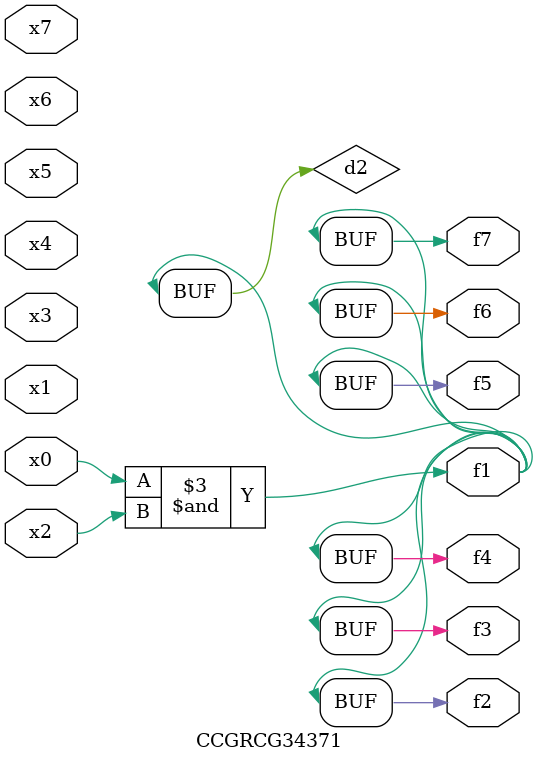
<source format=v>
module CCGRCG34371(
	input x0, x1, x2, x3, x4, x5, x6, x7,
	output f1, f2, f3, f4, f5, f6, f7
);

	wire d1, d2;

	nor (d1, x3, x6);
	and (d2, x0, x2);
	assign f1 = d2;
	assign f2 = d2;
	assign f3 = d2;
	assign f4 = d2;
	assign f5 = d2;
	assign f6 = d2;
	assign f7 = d2;
endmodule

</source>
